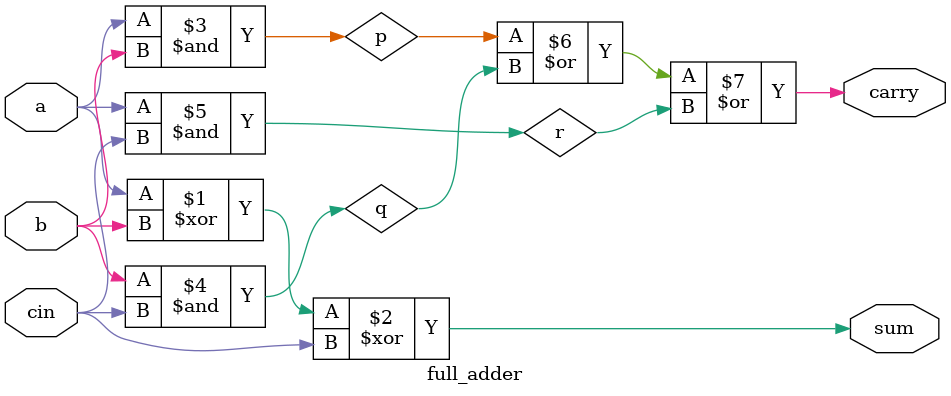
<source format=v>
`timescale 1ns / 1ps


module full_adder(sum,carry,a,b,cin);
input a,b,cin;
output sum,carry;
wire p,q,r;
xor g1(sum,a,b,cin);
and g2(p,a,b);
and g3(q,b,cin);
and g4(r,a,cin);
or g5(carry,p,q,r);
endmodule

</source>
